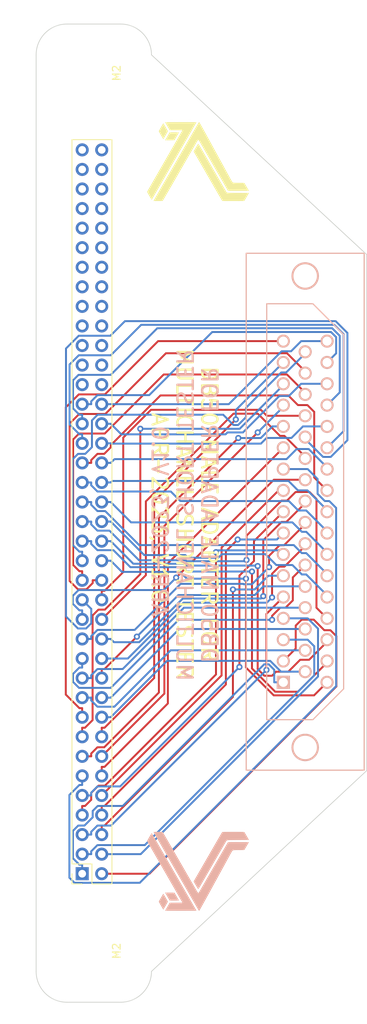
<source format=kicad_pcb>
(kicad_pcb (version 20221018) (generator pcbnew)
  (layers (0 "F.Cu" signal) (31 "B.Cu" signal) (34 "B.Paste" user) (35 "F.Paste" user) (36 "B.SilkS" user "B.Silkscreen") (37 "F.SilkS" user "F.Silkscreen") (38 "B.Mask" user) (39 "F.Mask" user) (44 "Edge.Cuts" user))
  (net 0 "")
  (net 1 "CH01")
  (net 2 "CH02")
  (net 3 "CH03")
  (net 4 "CH04")
  (net 5 "CH05")
  (net 6 "CH06")
  (net 7 "CH07")
  (net 8 "CH08")
  (net 9 "CH09")
  (net 10 "CH10")
  (net 11 "CH11")
  (net 12 "CH12")
  (net 13 "CH13")
  (net 14 "CH14")
  (net 15 "CH15")
  (net 16 "CH16")
  (net 17 "CH17")
  (net 18 "CH18")
  (net 19 "CH19")
  (net 20 "CH20")
  (net 21 "CH21")
  (net 22 "CH22")
  (net 23 "CH23")
  (net 24 "CH24")
  (net 25 "CH25")
  (net 26 "CH26")
  (net 27 "CH27")
  (net 28 "CH28")
  (net 29 "CH29")
  (net 30 "CH30")
  (net 31 "CH31")
  (net 32 "CH32")
  (net 33 "CH33")
  (net 34 "CH34")
  (net 35 "CH35")
  (net 36 "CH36")
  (net 37 "CH37")
  (net 38 "CH38")
  (net 39 "CH39")
  (net 40 "CH40")
  (net 41 "CH41")
  (net 42 "CH42")
  (net 43 "CH43")
  (net 44 "CH44")
  (net 45 "CH45")
  (net 46 "CH46")
  (net 47 "CH47")
  (net 48 "CH48")
  (net 49 "CH49")
  (net 50 "CH50")
  (net 51 "CH51")
  (net 52 "CH52")
  (net 53 "CH53")
  (net 54 "CH54")
  (net 55 "CH55")
  (net 56 "CH56")
  (net 57 "CH57")
  (net 58 "CH58")
  (net 59 "CH59")
  (net 60 "CH60")
  (net 61 "CH61")
  (net 62 "CH62")
  (net 63 "CH63")
  (net 64 "CH64")
  (net 65 "CH65")
  (net 66 "CH66")
  (net 67 "CH67")
  (net 68 "CH68")
  (net 69 "CH69")
  (net 70 "CH70")
  (net 71 "CH71")
  (net 72 "CH72")
  (net 73 "CH73")
  (net 74 "CH74")
  (net 75 "CH75")
  (net 76 "CH76")
  (footprint "MountingHole:MountingHole_2.2mm_M2" (layer "F.Cu") (at 105.275 34.437 -90)
    (fp_text reference "M2")
    (fp_text value "MountingHole_2.2mm_M2")
  )
  (footprint "Connector_PinSocket_2.54mm:PinSocket_2x38_P2.54mm_Vertical" (layer "F.Cu") (at 104 138.393 180)
    (fp_text reference "J1" hide)
    (fp_text value "Conn_02x38_Counter_Clockwise")
  )
  (footprint "skLib:lamda15mm" (layer "F.Cu") (at 119 46.007)
    (fp_text reference "G***" hide)
    (fp_text value "LOGO" hide)
  )
  (footprint "MountingHole:MountingHole_2.2mm_M2" (layer "F.Cu") (at 105.275 148.417 -90)
    (fp_text reference "M2")
    (fp_text value "MountingHole_2.2mm_M2")
  )
  (footprint "skLib:DB50-female" (layer "B.Cu") (at 133 91.393 -90)
    (fp_text reference "J2" hide)
    (fp_text value "Conn_02x25_Counter_Clockwise" hide)
  )
  (footprint "skLib:lamda15mm" (layer "B.Cu") (at 119 138.007)
    (fp_text reference "G***" hide)
    (fp_text value "LOGO" hide)
  )
  (gr_line (start 138 114.393) (end 138 68.393) (stroke (width 0.15)) (layer "B.SilkS"))
  (gr_line (start 134 64.393) (end 128 64.393) (stroke (width 0.15)) (layer "B.SilkS"))
  (gr_line (start 134 118.393) (end 138 114.393) (stroke (width 0.15)) (layer "B.SilkS"))
  (gr_line (start 128 118.393) (end 134 118.393) (stroke (width 0.15)) (layer "B.SilkS"))
  (gr_line (start 138 68.393) (end 134 64.393) (stroke (width 0.15)) (layer "B.SilkS"))
  (gr_line (start 128 64.393) (end 128 118.393) (stroke (width 0.15)) (layer "B.SilkS"))
  (gr_line (start 113.01 32.077) (end 141 58.007) (stroke (width 0.1)) (layer "Edge.Cuts"))
  (gr_arc (start 98.01 32.077) (mid 99.181573 29.248573) (end 102.01 28.077) (stroke (width 0.1)) (layer "Edge.Cuts"))
  (gr_arc (start 113.01 151.077) (mid 111.838427 153.905427) (end 109.01 155.077) (stroke (width 0.1)) (layer "Edge.Cuts"))
  (gr_line (start 109.01 28.077) (end 102.01 28.077) (stroke (width 0.1)) (layer "Edge.Cuts"))
  (gr_arc (start 102.01 155.077) (mid 99.181573 153.905427) (end 98.01 151.077) (stroke (width 0.1)) (layer "Edge.Cuts"))
  (gr_arc (start 109.01 28.077) (mid 111.838427 29.248573) (end 113.01 32.077) (stroke (width 0.1)) (layer "Edge.Cuts"))
  (gr_line (start 141 58.007) (end 141 125.007) (stroke (width 0.1)) (layer "Edge.Cuts"))
  (gr_line (start 98.01 32.077) (end 98.01 151.077) (stroke (width 0.1)) (layer "Edge.Cuts"))
  (gr_line (start 109.01 155.077) (end 102.01 155.077) (stroke (width 0.1)) (layer "Edge.Cuts"))
  (gr_line (start 141 125.007) (end 113.01 151.077) (stroke (width 0.1)) (layer "Edge.Cuts"))
  (gr_text "DB50 MALE ADAPTER FOR\nMULTICHANEL SHORT TESTER\nAPR-2023, V1.0 " (at 112.9 91.86 270) (layer "B.SilkS") (effects (font (size 2 2) (thickness 0.3)) (justify bottom mirror)))
  (gr_text "DB50 MALE ADAPTER FOR\nMULTICHANEL SHORT TESTER\nAPR-2023, V1.0 " (at 112.9 91.7 -90) (layer "F.SilkS") (effects (font (size 2 2) (thickness 0.3)) (justify bottom)))
  (segment (start 104 138.393) (end 104 137.2179) (width 0.25) (layer "B.Cu") (net 1))
  (segment (start 104.2992 132.1379) (end 103.49 132.1379) (width 0.25) (layer "B.Cu") (net 1))
  (segment (start 105.3648 131.0723) (end 104.2992 132.1379) (width 0.25) (layer "B.Cu") (net 1))
  (segment (start 128.2637 111.207) (end 127.6631 111.207) (width 0.25) (layer "B.Cu") (net 1))
  (segment (start 102.7974 136.3825) (end 103.6328 137.2179) (width 0.25) (layer "B.Cu") (net 1))
  (segment (start 128.9792 113.5418) (end 128.9792 111.9225) (width 0.25) (layer "B.Cu") (net 1))
  (segment (start 102.7974 132.8305) (end 102.7974 136.3825) (width 0.25) (layer "B.Cu") (net 1))
  (segment (start 128.9792 111.9225) (end 128.2637 111.207) (width 0.25) (layer "B.Cu") (net 1))
  (segment (start 105.3648 130.2471) (end 105.3648 131.0723) (width 0.25) (layer "B.Cu") (net 1))
  (segment (start 103.49 132.1379) (end 102.7974 132.8305) (width 0.25) (layer "B.Cu") (net 1))
  (segment (start 106.0182 129.5937) (end 105.3648 130.2471) (width 0.25) (layer "B.Cu") (net 1))
  (segment (start 109.2764 129.5937) (end 106.0182 129.5937) (width 0.25) (layer "B.Cu") (net 1))
  (segment (start 127.6631 111.207) (end 109.2764 129.5937) (width 0.25) (layer "B.Cu") (net 1))
  (segment (start 130.1552 113.5418) (end 128.9792 113.5418) (width 0.25) (layer "B.Cu") (net 1))
  (segment (start 103.6328 137.2179) (end 104 137.2179) (width 0.25) (layer "B.Cu") (net 1))
  (segment (start 134.1068 105.4021) (end 132.544 105.4021) (width 0.25) (layer "F.Cu") (net 2))
  (segment (start 137.0617 107.5584) (end 136.2829 106.7796) (width 0.25) (layer "F.Cu") (net 2))
  (segment (start 136.2829 106.7796) (end 135.4843 106.7796) (width 0.25) (layer "F.Cu") (net 2))
  (segment (start 132.544 105.4021) (end 131.766 106.1801) (width 0.25) (layer "F.Cu") (net 2))
  (segment (start 131.766 106.1801) (end 131.766 109.1624) (width 0.25) (layer "F.Cu") (net 2))
  (segment (start 112.7486 138.393) (end 137.0617 114.0799) (width 0.25) (layer "F.Cu") (net 2))
  (segment (start 131.766 109.1624) (end 130.1552 110.7732) (width 0.25) (layer "F.Cu") (net 2))
  (segment (start 137.0617 114.0799) (end 137.0617 107.5584) (width 0.25) (layer "F.Cu") (net 2))
  (segment (start 106.54 138.393) (end 112.7486 138.393) (width 0.25) (layer "F.Cu") (net 2))
  (segment (start 135.4843 106.7796) (end 134.1068 105.4021) (width 0.25) (layer "F.Cu") (net 2))
  (segment (start 112.1451 134.6779) (end 134.181 112.642) (width 0.25) (layer "B.Cu") (net 3))
  (segment (start 134.181 112.642) (end 134.181 108.865) (width 0.25) (layer "B.Cu") (net 3))
  (segment (start 105.9829 134.6779) (end 112.1451 134.6779) (width 0.25) (layer "B.Cu") (net 3))
  (segment (start 104 135.853) (end 105.1751 135.853) (width 0.25) (layer "B.Cu") (net 3))
  (segment (start 133.3206 108.0046) (end 130.1552 108.0046) (width 0.25) (layer "B.Cu") (net 3))
  (segment (start 105.1751 135.853) (end 105.1751 135.4857) (width 0.25) (layer "B.Cu") (net 3))
  (segment (start 134.181 108.865) (end 133.3206 108.0046) (width 0.25) (layer "B.Cu") (net 3))
  (segment (start 105.1751 135.4857) (end 105.9829 134.6779) (width 0.25) (layer "B.Cu") (net 3))
  (segment (start 134.6686 106.577) (end 133.3276 105.236) (width 0.25) (layer "B.Cu") (net 4))
  (segment (start 106.54 135.853) (end 111.6102 135.853) (width 0.25) (layer "B.Cu") (net 4))
  (segment (start 133.3276 105.236) (end 130.1552 105.236) (width 0.25) (layer "B.Cu") (net 4))
  (segment (start 111.6102 135.853) (end 134.6686 112.7946) (width 0.25) (layer "B.Cu") (net 4))
  (segment (start 134.6686 112.7946) (end 134.6686 106.577) (width 0.25) (layer "B.Cu") (net 4))
  (segment (start 127.9633 111.9321) (end 127.9633 104.6593) (width 0.25) (layer "F.Cu") (net 5))
  (segment (start 127.9633 104.6593) (end 130.1552 102.4674) (width 0.25) (layer "F.Cu") (net 5))
  (via (at 127.9633 111.9321) (size 0.8) (drill 0.4) (layers "F.Cu" "B.Cu") (net 5))
  (segment (start 105.9829 132.1379) (end 107.7575 132.1379) (width 0.25) (layer "B.Cu") (net 5))
  (segment (start 105.1751 133.313) (end 105.1751 132.9457) (width 0.25) (layer "B.Cu") (net 5))
  (segment (start 104 133.313) (end 105.1751 133.313) (width 0.25) (layer "B.Cu") (net 5))
  (segment (start 107.7575 132.1379) (end 127.9633 111.9321) (width 0.25) (layer "B.Cu") (net 5))
  (segment (start 105.1751 132.9457) (end 105.9829 132.1379) (width 0.25) (layer "B.Cu") (net 5))
  (segment (start 106.54 132.1379) (end 106.9072 132.1379) (width 0.25) (layer "F.Cu") (net 6))
  (segment (start 106.54 133.313) (end 106.54 132.1379) (width 0.25) (layer "F.Cu") (net 6))
  (segment (start 123.6012 115.4439) (end 123.6012 101.4887) (width 0.25) (layer "F.Cu") (net 6))
  (segment (start 106.9072 132.1379) (end 123.6012 115.4439) (width 0.25) (layer "F.Cu") (net 6))
  (via (at 123.6012 101.4887) (size 0.8) (drill 0.4) (layers "F.Cu" "B.Cu") (net 6))
  (segment (start 123.6012 101.4887) (end 126.4257 101.4887) (width 0.25) (layer "B.Cu") (net 6))
  (segment (start 126.4257 101.4887) (end 128.2156 99.6988) (width 0.25) (layer "B.Cu") (net 6))
  (segment (start 128.2156 99.6988) (end 130.1552 99.6988) (width 0.25) (layer "B.Cu") (net 6))
  (segment (start 105.1751 128.7901) (end 104.3673 129.5979) (width 0.25) (layer "F.Cu") (net 7))
  (segment (start 121.3996 112.5217) (end 106.9583 126.963) (width 0.25) (layer "F.Cu") (net 7))
  (segment (start 106.1091 126.963) (end 105.1751 127.897) (width 0.25) (layer "F.Cu") (net 7))
  (segment (start 121.3996 96.6451) (end 121.3996 112.5217) (width 0.25) (layer "F.Cu") (net 7))
  (segment (start 106.9583 126.963) (end 106.1091 126.963) (width 0.25) (layer "F.Cu") (net 7))
  (segment (start 105.1751 127.897) (end 105.1751 128.7901) (width 0.25) (layer "F.Cu") (net 7))
  (segment (start 104 130.773) (end 104 129.5979) (width 0.25) (layer "F.Cu") (net 7))
  (segment (start 104.3673 129.5979) (end 104 129.5979) (width 0.25) (layer "F.Cu") (net 7))
  (via (at 121.3996 96.6451) (size 0.8) (drill 0.4) (layers "F.Cu" "B.Cu") (net 7))
  (segment (start 121.3996 96.6451) (end 121.6344 96.4103) (width 0.25) (layer "B.Cu") (net 7))
  (segment (start 121.6344 96.4103) (end 129.6353 96.4103) (width 0.25) (layer "B.Cu") (net 7))
  (segment (start 129.6353 96.4103) (end 130.1552 96.9302) (width 0.25) (layer "B.Cu") (net 7))
  (segment (start 106.54 130.773) (end 106.54 129.5979) (width 0.25) (layer "F.Cu") (net 8))
  (segment (start 122.685 113.8201) (end 106.9072 129.5979) (width 0.25) (layer "F.Cu") (net 8))
  (segment (start 106.9072 129.5979) (end 106.54 129.5979) (width 0.25) (layer "F.Cu") (net 8))
  (segment (start 124.2181 95.0002) (end 122.685 96.5333) (width 0.25) (layer "F.Cu") (net 8))
  (segment (start 122.685 96.5333) (end 122.685 113.8201) (width 0.25) (layer "F.Cu") (net 8))
  (via (at 124.2181 95.0002) (size 0.8) (drill 0.4) (layers "F.Cu" "B.Cu") (net 8))
  (segment (start 124.2181 95.0002) (end 129.3166 95.0002) (width 0.25) (layer "B.Cu") (net 8))
  (segment (start 129.3166 95.0002) (end 130.1552 94.1616) (width 0.25) (layer "B.Cu") (net 8))
  (segment (start 124.4489 99.6832) (end 126.3397 97.7924) (width 0.25) (layer "F.Cu") (net 9))
  (segment (start 124.4489 111.5531) (end 124.4489 99.6832) (width 0.25) (layer "F.Cu") (net 9))
  (segment (start 126.3397 95.2085) (end 130.1552 91.393) (width 0.25) (layer "F.Cu") (net 9))
  (segment (start 126.3397 97.7924) (end 126.3397 95.2085) (width 0.25) (layer "F.Cu") (net 9))
  (via (at 124.4489 111.5531) (size 0.8) (drill 0.4) (layers "F.Cu" "B.Cu") (net 9))
  (segment (start 104 128.233) (end 105.1751 128.233) (width 0.25) (layer "B.Cu") (net 9))
  (segment (start 105.1751 127.8657) (end 105.9829 127.0579) (width 0.25) (layer "B.Cu") (net 9))
  (segment (start 108.9441 127.0579) (end 124.4489 111.5531) (width 0.25) (layer "B.Cu") (net 9))
  (segment (start 105.9829 127.0579) (end 108.9441 127.0579) (width 0.25) (layer "B.Cu") (net 9))
  (segment (start 105.1751 128.233) (end 105.1751 127.8657) (width 0.25) (layer "B.Cu") (net 9))
  (segment (start 122.1247 112.6483) (end 106.54 128.233) (width 0.25) (layer "F.Cu") (net 10))
  (segment (start 129.5445 88.6244) (end 122.1247 96.0442) (width 0.25) (layer "F.Cu") (net 10))
  (segment (start 122.1247 96.0442) (end 122.1247 112.6483) (width 0.25) (layer "F.Cu") (net 10))
  (segment (start 130.1552 88.6244) (end 129.5445 88.6244) (width 0.25) (layer "F.Cu") (net 10))
  (segment (start 137.0253 114.0343) (end 137.0253 90.9012) (width 0.25) (layer "B.Cu") (net 11))
  (segment (start 111.4914 139.5682) (end 137.0253 114.0343) (width 0.25) (layer "B.Cu") (net 11))
  (segment (start 102.9951 139.5682) (end 111.4914 139.5682) (width 0.25) (layer "B.Cu") (net 11))
  (segment (start 104 125.693) (end 104 126.8681) (width 0.25) (layer "B.Cu") (net 11))
  (segment (start 104 126.8681) (end 103.6328 126.8681) (width 0.25) (layer "B.Cu") (net 11))
  (segment (start 103.6328 126.8681) (end 102.3368 128.1641) (width 0.25) (layer "B.Cu") (net 11))
  (segment (start 134.6108 89.0646) (end 134.6108 87.1393) (width 0.25) (layer "B.Cu") (net 11))
  (segment (start 133.3273 85.8558) (end 130.1552 85.8558) (width 0.25) (layer "B.Cu") (net 11))
  (segment (start 102.3368 138.9099) (end 102.9951 139.5682) (width 0.25) (layer "B.Cu") (net 11))
  (segment (start 134.6108 87.1393) (end 133.3273 85.8558) (width 0.25) (layer "B.Cu") (net 11))
  (segment (start 135.5549 90.0087) (end 134.6108 89.0646) (width 0.25) (layer "B.Cu") (net 11))
  (segment (start 136.1328 90.0087) (end 135.5549 90.0087) (width 0.25) (layer "B.Cu") (net 11))
  (segment (start 102.3368 128.1641) (end 102.3368 138.9099) (width 0.25) (layer "B.Cu") (net 11))
  (segment (start 137.0253 90.9012) (end 136.1328 90.0087) (width 0.25) (layer "B.Cu") (net 11))
  (segment (start 115.1392 98.1032) (end 130.1552 83.0872) (width 0.25) (layer "F.Cu") (net 12))
  (segment (start 106.54 124.5179) (end 106.9072 124.5179) (width 0.25) (layer "F.Cu") (net 12))
  (segment (start 106.9072 124.5179) (end 115.1392 116.2859) (width 0.25) (layer "F.Cu") (net 12))
  (segment (start 115.1392 116.2859) (end 115.1392 98.1032) (width 0.25) (layer "F.Cu") (net 12))
  (segment (start 106.54 125.693) (end 106.54 124.5179) (width 0.25) (layer "F.Cu") (net 12))
  (segment (start 104 123.153) (end 105.1751 123.153) (width 0.25) (layer "F.Cu") (net 13))
  (segment (start 105.1751 122.7857) (end 105.9829 121.9779) (width 0.25) (layer "F.Cu") (net 13))
  (segment (start 105.9829 121.9779) (end 106.8634 121.9779) (width 0.25) (layer "F.Cu") (net 13))
  (segment (start 113.9753 114.866) (end 113.9753 92.1545) (width 0.25) (layer "F.Cu") (net 13))
  (segment (start 113.9753 92.1545) (end 124.3041 81.8257) (width 0.25) (layer "F.Cu") (net 13))
  (segment (start 105.1751 123.153) (end 105.1751 122.7857) (width 0.25) (layer "F.Cu") (net 13))
  (segment (start 106.8634 121.9779) (end 113.9753 114.866) (width 0.25) (layer "F.Cu") (net 13))
  (via (at 124.3041 81.8257) (size 0.8) (drill 0.4) (layers "F.Cu" "B.Cu") (net 13))
  (segment (start 127.2285 81.8257) (end 124.3041 81.8257) (width 0.25) (layer "B.Cu") (net 13))
  (segment (start 128.7356 80.3186) (end 127.2285 81.8257) (width 0.25) (layer "B.Cu") (net 13))
  (segment (start 130.1552 80.3186) (end 128.7356 80.3186) (width 0.25) (layer "B.Cu") (net 13))
  (segment (start 114.689 115.004) (end 114.689 93.2355) (width 0.25) (layer "F.Cu") (net 14))
  (segment (start 106.54 123.153) (end 114.689 115.004) (width 0.25) (layer "F.Cu") (net 14))
  (segment (start 114.689 93.2355) (end 126.8243 81.1002) (width 0.25) (layer "F.Cu") (net 14))
  (via (at 126.8243 81.1002) (size 0.8) (drill 0.4) (layers "F.Cu" "B.Cu") (net 14))
  (segment (start 130.1552 77.7693) (end 126.8243 81.1002) (width 0.25) (layer "B.Cu") (net 14))
  (segment (start 130.1552 77.55) (end 130.1552 77.7693) (width 0.25) (layer "B.Cu") (net 14))
  (segment (start 104 120.613) (end 104 119.4379) (width 0.25) (layer "F.Cu") (net 15))
  (segment (start 105.3513 104.8608) (end 106.1091 104.103) (width 0.25) (layer "F.Cu") (net 15))
  (segment (start 105.3513 118.4539) (end 105.3513 104.8608) (width 0.25) (layer "F.Cu") (net 15))
  (segment (start 111.5609 99.4947) (end 111.5609 80.6227) (width 0.25) (layer "F.Cu") (net 15))
  (segment (start 106.9526 104.103) (end 111.5609 99.4947) (width 0.25) (layer "F.Cu") (net 15))
  (segment (start 104 119.4379) (end 104.3673 119.4379) (width 0.25) (layer "F.Cu") (net 15))
  (segment (start 106.1091 104.103) (end 106.9526 104.103) (width 0.25) (layer "F.Cu") (net 15))
  (segment (start 104.3673 119.4379) (end 105.3513 118.4539) (width 0.25) (layer "F.Cu") (net 15))
  (via (at 111.5609 80.6227) (size 0.8) (drill 0.4) (layers "F.Cu" "B.Cu") (net 15))
  (segment (start 130.1552 74.9537) (end 130.1552 74.7814) (width 0.25) (layer "B.Cu") (net 15))
  (segment (start 111.5609 80.6227) (end 124.4862 80.6227) (width 0.25) (layer "B.Cu") (net 15))
  (segment (start 124.4862 80.6227) (end 130.1552 74.9537) (width 0.25) (layer "B.Cu") (net 15))
  (segment (start 113.3637 112.9814) (end 113.3637 90.0238) (width 0.25) (layer "F.Cu") (net 16))
  (segment (start 106.54 120.613) (end 106.54 119.4379) (width 0.25) (layer "F.Cu") (net 16))
  (segment (start 106.54 119.4379) (end 106.9072 119.4379) (width 0.25) (layer "F.Cu") (net 16))
  (segment (start 113.3637 90.0238) (end 123.9748 79.4127) (width 0.25) (layer "F.Cu") (net 16))
  (segment (start 106.9072 119.4379) (end 113.3637 112.9814) (width 0.25) (layer "F.Cu") (net 16))
  (via (at 123.9748 79.4127) (size 0.8) (drill 0.4) (layers "F.Cu" "B.Cu") (net 16))
  (segment (start 123.9748 78.1932) (end 130.1552 72.0128) (width 0.25) (layer "B.Cu") (net 16))
  (segment (start 123.9748 79.4127) (end 123.9748 78.1932) (width 0.25) (layer "B.Cu") (net 16))
  (segment (start 106.9533 76.163) (end 113.8721 69.2442) (width 0.25) (layer "F.Cu") (net 17))
  (segment (start 104 118.073) (end 104 116.8979) (width 0.25) (layer "F.Cu") (net 17))
  (segment (start 101.865 115.1301) (end 101.865 77.8512) (width 0.25) (layer "F.Cu") (net 17))
  (segment (start 101.865 77.8512) (end 103.5532 76.163) (width 0.25) (layer "F.Cu") (net 17))
  (segment (start 104 116.8979) (end 103.6328 116.8979) (width 0.25) (layer "F.Cu") (net 17))
  (segment (start 103.6328 116.8979) (end 101.865 115.1301) (width 0.25) (layer "F.Cu") (net 17))
  (segment (start 113.8721 69.2442) (end 130.1552 69.2442) (width 0.25) (layer "F.Cu") (net 17))
  (segment (start 103.5532 76.163) (end 106.9533 76.163) (width 0.25) (layer "F.Cu") (net 17))
  (segment (start 129.8508 112.1575) (end 133 112.1575) (width 0.25) (layer "B.Cu") (net 18))
  (segment (start 115.0312 110.7569) (end 128.4502 110.7569) (width 0.25) (layer "B.Cu") (net 18))
  (segment (start 106.54 118.073) (end 107.7151 118.073) (width 0.25) (layer "B.Cu") (net 18))
  (segment (start 107.7151 118.073) (end 115.0312 110.7569) (width 0.25) (layer "B.Cu") (net 18))
  (segment (start 128.4502 110.7569) (end 129.8508 112.1575) (width 0.25) (layer "B.Cu") (net 18))
  (segment (start 105.1751 115.533) (end 105.1751 115.9002) (width 0.25) (layer "B.Cu") (net 19))
  (segment (start 105.9837 116.7088) (end 108.1855 116.7088) (width 0.25) (layer "B.Cu") (net 19))
  (segment (start 104 115.533) (end 105.1751 115.533) (width 0.25) (layer "B.Cu") (net 19))
  (segment (start 105.1751 115.9002) (end 105.9837 116.7088) (width 0.25) (layer "B.Cu") (net 19))
  (segment (start 115.5054 109.3889) (end 133 109.3889) (width 0.25) (layer "B.Cu") (net 19))
  (segment (start 108.1855 116.7088) (end 115.5054 109.3889) (width 0.25) (layer "B.Cu") (net 19))
  (segment (start 107.7151 115.533) (end 116.6278 106.6203) (width 0.25) (layer "B.Cu") (net 20))
  (segment (start 106.54 115.533) (end 107.7151 115.533) (width 0.25) (layer "B.Cu") (net 20))
  (segment (start 116.6278 106.6203) (end 133 106.6203) (width 0.25) (layer "B.Cu") (net 20))
  (segment (start 104 112.993) (end 105.1751 112.993) (width 0.25) (layer "B.Cu") (net 21))
  (segment (start 105.9829 111.8179) (end 109.2699 111.8179) (width 0.25) (layer "B.Cu") (net 21))
  (segment (start 117.2361 103.8517) (end 133 103.8517) (width 0.25) (layer "B.Cu") (net 21))
  (segment (start 105.1751 112.6257) (end 105.9829 111.8179) (width 0.25) (layer "B.Cu") (net 21))
  (segment (start 109.2699 111.8179) (end 117.2361 103.8517) (width 0.25) (layer "B.Cu") (net 21))
  (segment (start 105.1751 112.993) (end 105.1751 112.6257) (width 0.25) (layer "B.Cu") (net 21))
  (segment (start 106.54 112.993) (end 106.54 111.8179) (width 0.25) (layer "F.Cu") (net 22))
  (segment (start 106.9038 111.8179) (end 111.1102 107.6115) (width 0.25) (layer "F.Cu") (net 22))
  (segment (start 106.54 111.8179) (end 106.9038 111.8179) (width 0.25) (layer "F.Cu") (net 22))
  (via (at 111.1102 107.6115) (size 0.8) (drill 0.4) (layers "F.Cu" "B.Cu") (net 22))
  (segment (start 126.4456 102.2138) (end 127.5763 101.0831) (width 0.25) (layer "B.Cu") (net 22))
  (segment (start 111.1102 107.6115) (end 116.5079 102.2138) (width 0.25) (layer "B.Cu") (net 22))
  (segment (start 116.5079 102.2138) (end 126.4456 102.2138) (width 0.25) (layer "B.Cu") (net 22))
  (segment (start 127.5763 101.0831) (end 133 101.0831) (width 0.25) (layer "B.Cu") (net 22))
  (segment (start 128.6963 105.427) (end 128.6963 104.9115) (width 0.25) (layer "F.Cu") (net 23))
  (segment (start 131.3893 99.9252) (end 133 98.3145) (width 0.25) (layer "F.Cu") (net 23))
  (segment (start 129.7561 103.8517) (end 130.445 103.8517) (width 0.25) (layer "F.Cu") (net 23))
  (segment (start 131.3893 102.9074) (end 131.3893 99.9252) (width 0.25) (layer "F.Cu") (net 23))
  (segment (start 130.445 103.8517) (end 131.3893 102.9074) (width 0.25) (layer "F.Cu") (net 23))
  (segment (start 128.6963 104.9115) (end 129.7561 103.8517) (width 0.25) (layer "F.Cu") (net 23))
  (via (at 128.6963 105.427) (size 0.8) (drill 0.4) (layers "F.Cu" "B.Cu") (net 23))
  (segment (start 104 110.453) (end 104 111.6281) (width 0.25) (layer "B.Cu") (net 23))
  (segment (start 103.6328 111.6281) (end 102.8067 112.4542) (width 0.25) (layer "B.Cu") (net 23))
  (segment (start 102.8067 112.4542) (end 102.8067 113.4851) (width 0.25) (layer "B.Cu") (net 23))
  (segment (start 116.5512 105.427) (end 128.6963 105.427) (width 0.25) (layer "B.Cu") (net 23))
  (segment (start 103.5846 114.263) (end 107.7152 114.263) (width 0.25) (layer "B.Cu") (net 23))
  (segment (start 107.7152 114.263) (end 116.5512 105.427) (width 0.25) (layer "B.Cu") (net 23))
  (segment (start 102.8067 113.4851) (end 103.5846 114.263) (width 0.25) (layer "B.Cu") (net 23))
  (segment (start 104 111.6281) (end 103.6328 111.6281) (width 0.25) (layer "B.Cu") (net 23))
  (segment (start 129.6221 98.5227) (end 130.3022 98.5227) (width 0.25) (layer "F.Cu") (net 24))
  (segment (start 130.3022 98.5227) (end 133 95.8249) (width 0.25) (layer "F.Cu") (net 24))
  (segment (start 128.6937 99.4511) (end 129.6221 98.5227) (width 0.25) (layer "F.Cu") (net 24))
  (segment (start 128.6937 102.5206) (end 128.6937 99.4511) (width 0.25) (layer "F.Cu") (net 24))
  (segment (start 133 95.8249) (end 133 95.5459) (width 0.25) (layer "F.Cu") (net 24))
  (via (at 128.6937 102.5206) (size 0.8) (drill 0.4) (layers "F.Cu" "B.Cu") (net 24))
  (segment (start 128.0108 103.2035) (end 128.6937 102.5206) (width 0.25) (layer "B.Cu") (net 24))
  (segment (start 107.7151 110.453) (end 109.9308 110.453) (width 0.25) (layer "B.Cu") (net 24))
  (segment (start 117.1803 103.2035) (end 128.0108 103.2035) (width 0.25) (layer "B.Cu") (net 24))
  (segment (start 109.9308 110.453) (end 117.1803 103.2035) (width 0.25) (layer "B.Cu") (net 24))
  (segment (start 106.54 110.453) (end 107.7151 110.453) (width 0.25) (layer "B.Cu") (net 24))
  (segment (start 128.3048 97.1144) (end 128.3048 98.584) (width 0.25) (layer "F.Cu") (net 25))
  (segment (start 129.6651 95.7541) (end 128.3048 97.1144) (width 0.25) (layer "F.Cu") (net 25))
  (segment (start 133 92.9991) (end 130.245 95.7541) (width 0.25) (layer "F.Cu") (net 25))
  (segment (start 130.245 95.7541) (end 129.6651 95.7541) (width 0.25) (layer "F.Cu") (net 25))
  (segment (start 133 92.7773) (end 133 92.9991) (width 0.25) (layer "F.Cu") (net 25))
  (via (at 128.3048 98.584) (size 0.8) (drill 0.4) (layers "F.Cu" "B.Cu") (net 25))
  (segment (start 105.1751 107.5457) (end 105.9829 106.7379) (width 0.25) (layer "B.Cu") (net 25))
  (segment (start 105.1751 107.913) (end 105.1751 107.5457) (width 0.25) (layer "B.Cu") (net 25))
  (segment (start 124.9447 100.7586) (end 124.9963 100.8102) (width 0.25) (layer "B.Cu") (net 25))
  (segment (start 126.0786 100.8102) (end 128.3048 98.584) (width 0.25) (layer "B.Cu") (net 25))
  (segment (start 116.8084 100.7586) (end 124.9447 100.7586) (width 0.25) (layer "B.Cu") (net 25))
  (segment (start 104 107.913) (end 105.1751 107.913) (width 0.25) (layer "B.Cu") (net 25))
  (segment (start 110.8291 106.7379) (end 116.8084 100.7586) (width 0.25) (layer "B.Cu") (net 25))
  (segment (start 105.9829 106.7379) (end 110.8291 106.7379) (width 0.25) (layer "B.Cu") (net 25))
  (segment (start 124.9963 100.8102) (end 126.0786 100.8102) (width 0.25) (layer "B.Cu") (net 25))
  (segment (start 130.5512 92.7194) (end 133 90.2706) (width 0.25) (layer "F.Cu") (net 26))
  (segment (start 129.9269 92.7194) (end 130.5512 92.7194) (width 0.25) (layer "F.Cu") (net 26))
  (segment (start 127.5535 95.0928) (end 129.9269 92.7194) (width 0.25) (layer "F.Cu") (net 26))
  (segment (start 127.5535 102.3567) (end 127.5535 95.0928) (width 0.25) (layer "F.Cu") (net 26))
  (segment (start 133 90.2706) (end 133 90.0087) (width 0.25) (layer "F.Cu") (net 26))
  (via (at 127.5535 102.3567) (size 0.8) (drill 0.4) (layers "F.Cu" "B.Cu") (net 26))
  (segment (start 111.4105 108.3366) (end 117.0832 102.6639) (width 0.25) (layer "B.Cu") (net 26))
  (segment (start 117.0832 102.6639) (end 127.2463 102.6639) (width 0.25) (layer "B.Cu") (net 26))
  (segment (start 108.1387 108.3366) (end 111.4105 108.3366) (width 0.25) (layer "B.Cu") (net 26))
  (segment (start 127.2463 102.6639) (end 127.5535 102.3567) (width 0.25) (layer "B.Cu") (net 26))
  (segment (start 107.7151 107.913) (end 108.1387 108.3366) (width 0.25) (layer "B.Cu") (net 26))
  (segment (start 106.54 107.913) (end 107.7151 107.913) (width 0.25) (layer "B.Cu") (net 26))
  (segment (start 128.9319 87.2401) (end 133 87.2401) (width 0.25) (layer "F.Cu") (net 27))
  (segment (start 116.2268 99.9452) (end 128.9319 87.2401) (width 0.25) (layer "F.Cu") (net 27))
  (via (at 116.2268 99.9452) (size 0.8) (drill 0.4) (layers "F.Cu" "B.Cu") (net 27))
  (segment (start 103.6328 104.1979) (end 102.7722 103.3373) (width 0.25) (layer "B.Cu") (net 27))
  (segment (start 114.609 101.563) (end 116.2268 99.9452) (width 0.25) (layer "B.Cu") (net 27))
  (segment (start 104 104.1979) (end 103.6328 104.1979) (width 0.25) (layer "B.Cu") (net 27))
  (segment (start 102.7722 102.3196) (end 103.5288 101.563) (width 0.25) (layer "B.Cu") (net 27))
  (segment (start 103.5288 101.563) (end 114.609 101.563) (width 0.25) (layer "B.Cu") (net 27))
  (segment (start 102.7722 103.3373) (end 102.7722 102.3196) (width 0.25) (layer "B.Cu") (net 27))
  (segment (start 104 105.373) (end 104 104.1979) (width 0.25) (layer "B.Cu") (net 27))
  (segment (start 106.54 105.373) (end 112.2796 99.6334) (width 0.25) (layer "F.Cu") (net 28))
  (segment (start 130.2939 81.5436) (end 133 84.2497) (width 0.25) (layer "F.Cu") (net 28))
  (segment (start 129.7172 81.5436) (end 130.2939 81.5436) (width 0.25) (layer "F.Cu") (net 28))
  (segment (start 123.6675 78.665) (end 126.8386 78.665) (width 0.25) (layer "F.Cu") (net 28))
  (segment (start 112.2796 99.6334) (end 112.2796 90.0529) (width 0.25) (layer "F.Cu") (net 28))
  (segment (start 126.8386 78.665) (end 129.7172 81.5436) (width 0.25) (layer "F.Cu") (net 28))
  (segment (start 133 84.2497) (end 133 84.4715) (width 0.25) (layer "F.Cu") (net 28))
  (segment (start 112.2796 90.0529) (end 123.6675 78.665) (width 0.25) (layer "F.Cu") (net 28))
  (segment (start 101.8937 70.2025) (end 101.8937 104.998) (width 0.25) (layer "B.Cu") (net 29))
  (segment (start 109.5578 66.6513) (end 107.6661 68.543) (width 0.25) (layer "B.Cu") (net 29))
  (segment (start 133 81.9588) (end 135.3194 84.2782) (width 0.25) (layer "B.Cu") (net 29))
  (segment (start 138.4945 68.1848) (end 136.961 66.6513) (width 0.25) (layer "B.Cu") (net 29))
  (segment (start 105.1852 105.8719) (end 105.1852 104.0182) (width 0.25) (layer "B.Cu") (net 29))
  (segment (start 103.5532 68.543) (end 101.8937 70.2025) (width 0.25) (layer "B.Cu") (net 29))
  (segment (start 107.6661 68.543) (end 103.5532 68.543) (width 0.25) (layer "B.Cu") (net 29))
  (segment (start 101.8937 104.998) (end 103.4495 106.5538) (width 0.25) (layer "B.Cu") (net 29))
  (segment (start 136.3269 84.2782) (end 138.4945 82.1106) (width 0.25) (layer "B.Cu") (net 29))
  (segment (start 103.4495 106.5538) (end 104.5033 106.5538) (width 0.25) (layer "B.Cu") (net 29))
  (segment (start 136.961 66.6513) (end 109.5578 66.6513) (width 0.25) (layer "B.Cu") (net 29))
  (segment (start 138.4945 82.1106) (end 138.4945 68.1848) (width 0.25) (layer "B.Cu") (net 29))
  (segment (start 133 81.7029) (end 133 81.9588) (width 0.25) (layer "B.Cu") (net 29))
  (segment (start 135.3194 84.2782) (end 136.3269 84.2782) (width 0.25) (layer "B.Cu") (net 29))
  (segment (start 105.1852 104.0182) (end 104 102.833) (width 0.25) (layer "B.Cu") (net 29))
  (segment (start 104.5033 106.5538) (end 105.1852 105.8719) (width 0.25) (layer "B.Cu") (net 29))
  (segment (start 109.3414 99.2237) (end 106.9072 101.6579) (width 0.25) (layer "F.Cu") (net 30))
  (segment (start 127.231 78.1596) (end 112.9523 78.1596) (width 0.25) (layer "F.Cu") (net 30))
  (segment (start 128.0057 78.9343) (end 127.231 78.1596) (width 0.25) (layer "F.Cu") (net 30))
  (segment (start 133 78.9343) (end 128.0057 78.9343) (width 0.25) (layer "F.Cu") (net 30))
  (segment (start 106.9072 101.6579) (end 106.54 101.6579) (width 0.25) (layer "F.Cu") (net 30))
  (segment (start 106.54 102.833) (end 106.54 101.6579) (width 0.25) (layer "F.Cu") (net 30))
  (segment (start 112.9523 78.1596) (end 109.3414 81.7705) (width 0.25) (layer "F.Cu") (net 30))
  (segment (start 109.3414 81.7705) (end 109.3414 99.2237) (width 0.25) (layer "F.Cu") (net 30))
  (segment (start 104 99.1179) (end 103.6328 99.1179) (width 0.25) (layer "F.Cu") (net 31))
  (segment (start 114.5988 73.5761) (end 130.6322 73.5761) (width 0.25) (layer "F.Cu") (net 31))
  (segment (start 102.8215 98.3066) (end 102.8215 82.0148) (width 0.25) (layer "F.Cu") (net 31))
  (segment (start 133 75.9439) (end 133 76.1657) (width 0.25) (layer "F.Cu") (net 31))
  (segment (start 102.8215 82.0148) (end 103.5933 81.243) (width 0.25) (layer "F.Cu") (net 31))
  (segment (start 103.6328 99.1179) (end 102.8215 98.3066) (width 0.25) (layer "F.Cu") (net 31))
  (segment (start 106.9319 81.243) (end 114.5988 73.5761) (width 0.25) (layer "F.Cu") (net 31))
  (segment (start 104 100.293) (end 104 99.1179) (width 0.25) (layer "F.Cu") (net 31))
  (segment (start 130.6322 73.5761) (end 133 75.9439) (width 0.25) (layer "F.Cu") (net 31))
  (segment (start 103.5933 81.243) (end 106.9319 81.243) (width 0.25) (layer "F.Cu") (net 31))
  (segment (start 114.8872 70.8208) (end 130.6455 70.8208) (width 0.25) (layer "F.Cu") (net 32))
  (segment (start 105.3649 100.6602) (end 104.5518 101.4733) (width 0.25) (layer "F.Cu") (net 32))
  (segment (start 102.364 100.3846) (end 102.364 79.9467) (width 0.25) (layer "F.Cu") (net 32))
  (segment (start 105.3649 100.293) (end 105.3649 100.6602) (width 0.25) (layer "F.Cu") (net 32))
  (segment (start 106.54 100.293) (end 105.3649 100.293) (width 0.25) (layer "F.Cu") (net 32))
  (segment (start 102.364 79.9467) (end 103.6077 78.703) (width 0.25) (layer "F.Cu") (net 32))
  (segment (start 133 73.1753) (end 133 73.3971) (width 0.25) (layer "F.Cu") (net 32))
  (segment (start 103.6077 78.703) (end 107.005 78.703) (width 0.25) (layer "F.Cu") (net 32))
  (segment (start 107.005 78.703) (end 114.8872 70.8208) (width 0.25) (layer "F.Cu") (net 32))
  (segment (start 130.6455 70.8208) (end 133 73.1753) (width 0.25) (layer "F.Cu") (net 32))
  (segment (start 104.5518 101.4733) (end 103.4527 101.4733) (width 0.25) (layer "F.Cu") (net 32))
  (segment (start 103.4527 101.4733) (end 102.364 100.3846) (width 0.25) (layer "F.Cu") (net 32))
  (segment (start 106.0087 78.7949) (end 122.3316 78.7949) (width 0.25) (layer "B.Cu") (net 33))
  (segment (start 130.5337 73.3109) (end 133 70.8446) (width 0.25) (layer "B.Cu") (net 33))
  (segment (start 122.3316 78.7949) (end 123.6745 80.1378) (width 0.25) (layer "B.Cu") (net 33))
  (segment (start 104 97.753) (end 104 96.5779) (width 0.25) (layer "B.Cu") (net 33))
  (segment (start 123.6745 80.1378) (end 124.2751 80.1378) (width 0.25) (layer "B.Cu") (net 33))
  (segment (start 125.3016 77.9007) (end 129.8914 73.3109) (width 0.25) (layer "B.Cu") (net 33))
  (segment (start 103.4608 83.8778) (end 104.4009 83.8778) (width 0.25) (layer "B.Cu") (net 33))
  (segment (start 105.27 83.0087) (end 105.27 79.5336) (width 0.25) (layer "B.Cu") (net 33))
  (segment (start 125.3016 79.1113) (end 125.3016 77.9007) (width 0.25) (layer "B.Cu") (net 33))
  (segment (start 102.7552 95.6984) (end 102.7552 84.5834) (width 0.25) (layer "B.Cu") (net 33))
  (segment (start 133 70.8446) (end 133 70.6285) (width 0.25) (layer "B.Cu") (net 33))
  (segment (start 102.7552 84.5834) (end 103.4608 83.8778) (width 0.25) (layer "B.Cu") (net 33))
  (segment (start 104.4009 83.8778) (end 105.27 83.0087) (width 0.25) (layer "B.Cu") (net 33))
  (segment (start 104 96.5779) (end 103.6347 96.5779) (width 0.25) (layer "B.Cu") (net 33))
  (segment (start 105.27 79.5336) (end 106.0087 78.7949) (width 0.25) (layer "B.Cu") (net 33))
  (segment (start 103.6347 96.5779) (end 102.7552 95.6984) (width 0.25) (layer "B.Cu") (net 33))
  (segment (start 124.2751 80.1378) (end 125.3016 79.1113) (width 0.25) (layer "B.Cu") (net 33))
  (segment (start 129.8914 73.3109) (end 130.5337 73.3109) (width 0.25) (layer "B.Cu") (net 33))
  (segment (start 128.9103 115.2369) (end 134.1497 115.2369) (width 0.25) (layer "F.Cu") (net 34))
  (segment (start 134.1497 115.2369) (end 135.8448 113.5418) (width 0.25) (layer "F.Cu") (net 34))
  (segment (start 125.2966 100.0851) (end 125.2966 111.6232) (width 0.25) (layer "F.Cu") (net 34))
  (segment (start 125.2966 111.6232) (end 128.9103 115.2369) (width 0.25) (layer "F.Cu") (net 34))
  (via (at 125.2966 100.0851) (size 0.8) (drill 0.4) (layers "F.Cu" "B.Cu") (net 34))
  (segment (start 106.54 97.753) (end 107.7151 97.753) (width 0.25) (layer "B.Cu") (net 34))
  (segment (start 109.1678 99.2057) (end 116.728 99.2057) (width 0.25) (layer "B.Cu") (net 34))
  (segment (start 117.6074 100.0851) (end 125.2966 100.0851) (width 0.25) (layer "B.Cu") (net 34))
  (segment (start 116.728 99.2057) (end 117.6074 100.0851) (width 0.25) (layer "B.Cu") (net 34))
  (segment (start 107.7151 97.753) (end 109.1678 99.2057) (width 0.25) (layer "B.Cu") (net 34))
  (segment (start 132.0591 114.7617) (end 129.1009 114.7617) (width 0.25) (layer "F.Cu") (net 35))
  (segment (start 135.8448 110.976) (end 132.0591 114.7617) (width 0.25) (layer "F.Cu") (net 35))
  (segment (start 135.8448 110.7732) (end 135.8448 110.976) (width 0.25) (layer "F.Cu") (net 35))
  (segment (start 129.1009 114.7617) (end 126.08 111.7408) (width 0.25) (layer "F.Cu") (net 35))
  (segment (start 126.08 111.7408) (end 126.08 99.1575) (width 0.25) (layer "F.Cu") (net 35))
  (via (at 126.08 99.1575) (size 0.8) (drill 0.4) (layers "F.Cu" "B.Cu") (net 35))
  (segment (start 104 95.213) (end 105.1751 95.213) (width 0.25) (layer "B.Cu") (net 35))
  (segment (start 108.0632 96.3881) (end 105.9829 96.3881) (width 0.25) (layer "B.Cu") (net 35))
  (segment (start 110.2718 98.5967) (end 108.0632 96.3881) (width 0.25) (layer "B.Cu") (net 35))
  (segment (start 117.6346 99.1575) (end 117.0738 98.5967) (width 0.25) (layer "B.Cu") (net 35))
  (segment (start 105.1751 95.5803) (end 105.1751 95.213) (width 0.25) (layer "B.Cu") (net 35))
  (segment (start 126.08 99.1575) (end 117.6346 99.1575) (width 0.25) (layer "B.Cu") (net 35))
  (segment (start 117.0738 98.5967) (end 110.2718 98.5967) (width 0.25) (layer "B.Cu") (net 35))
  (segment (start 105.9829 96.3881) (end 105.1751 95.5803) (width 0.25) (layer "B.Cu") (net 35))
  (segment (start 135.8448 108.0046) (end 135.8448 108.2836) (width 0.25) (layer "F.Cu") (net 36))
  (segment (start 130.8028 112.163) (end 129.2178 112.163) (width 0.25) (layer "F.Cu") (net 36))
  (segment (start 126.82 111.8142) (end 126.82 98.4493) (width 0.25) (layer "F.Cu") (net 36))
  (segment (start 128.6912 112.6896) (end 127.6954 112.6896) (width 0.25) (layer "F.Cu") (net 36))
  (segment (start 133.5145 110.6139) (end 132.3519 110.6139) (width 0.25) (layer "F.Cu") (net 36))
  (segment (start 127.6954 112.6896) (end 126.82 111.8142) (width 0.25) (layer "F.Cu") (net 36))
  (segment (start 132.3519 110.6139) (end 130.8028 112.163) (width 0.25) (layer "F.Cu") (net 36))
  (segment (start 129.2178 112.163) (end 128.6912 112.6896) (width 0.25) (layer "F.Cu") (net 36))
  (segment (start 135.8448 108.2836) (end 133.5145 110.6139) (width 0.25) (layer "F.Cu") (net 36))
  (via (at 126.82 98.4493) (size 0.8) (drill 0.4) (layers "F.Cu" "B.Cu") (net 36))
  (segment (start 117.4987 98.385) (end 117.2602 98.1465) (width 0.25) (layer "B.Cu") (net 36))
  (segment (start 126.7557 98.385) (end 117.4987 98.385) (width 0.25) (layer "B.Cu") (net 36))
  (segment (start 117.2602 98.1465) (end 110.6486 98.1465) (width 0.25) (layer "B.Cu") (net 36))
  (segment (start 106.54 95.213) (end 107.7151 95.213) (width 0.25) (layer "B.Cu") (net 36))
  (segment (start 110.6486 98.1465) (end 107.7151 95.213) (width 0.25) (layer "B.Cu") (net 36))
  (segment (start 126.82 98.4493) (end 126.7557 98.385) (width 0.25) (layer "B.Cu") (net 36))
  (segment (start 129.9269 89.9508) (end 125.3697 94.508) (width 0.25) (layer "F.Cu") (net 37))
  (segment (start 134.4664 89.7367) (end 133.5623 88.8326) (width 0.25) (layer "F.Cu") (net 37))
  (segment (start 125.3697 94.508) (end 125.3697 97.6566) (width 0.25) (layer "F.Cu") (net 37))
  (segment (start 135.8448 105.236) (end 134.4664 103.8576) (width 0.25) (layer "F.Cu") (net 37))
  (segment (start 130.6385 89.9508) (end 129.9269 89.9508) (width 0.25) (layer "F.Cu") (net 37))
  (segment (start 134.4664 103.8576) (end 134.4664 89.7367) (width 0.25) (layer "F.Cu") (net 37))
  (segment (start 131.7567 88.8326) (end 130.6385 89.9508) (width 0.25) (layer "F.Cu") (net 37))
  (segment (start 133.5623 88.8326) (end 131.7567 88.8326) (width 0.25) (layer "F.Cu") (net 37))
  (via (at 125.3697 97.6566) (size 0.8) (drill 0.4) (layers "F.Cu" "B.Cu") (net 37))
  (segment (start 117.5706 97.8203) (end 117.4467 97.6964) (width 0.25) (layer "B.Cu") (net 37))
  (segment (start 111.395 97.6964) (end 107.5467 93.8481) (width 0.25) (layer "B.Cu") (net 37))
  (segment (start 125.206 97.8203) (end 117.5706 97.8203) (width 0.25) (layer "B.Cu") (net 37))
  (segment (start 107.5467 93.8481) (end 105.9829 93.8481) (width 0.25) (layer "B.Cu") (net 37))
  (segment (start 105.9829 93.8481) (end 105.1751 93.0403) (width 0.25) (layer "B.Cu") (net 37))
  (segment (start 117.4467 97.6964) (end 111.395 97.6964) (width 0.25) (layer "B.Cu") (net 37))
  (segment (start 104 92.673) (end 105.1751 92.673) (width 0.25) (layer "B.Cu") (net 37))
  (segment (start 125.3697 97.6566) (end 125.206 97.8203) (width 0.25) (layer "B.Cu") (net 37))
  (segment (start 105.1751 93.0403) (end 105.1751 92.673) (width 0.25) (layer "B.Cu") (net 37))
  (segment (start 135.8448 102.4674) (end 135.8448 102.2456) (width 0.25) (layer "B.Cu") (net 38))
  (segment (start 106.54 92.673) (end 107.7151 92.673) (width 0.25) (layer "B.Cu") (net 38))
  (segment (start 112.0633 97.0212) (end 107.7151 92.673) (width 0.25) (layer "B.Cu") (net 38))
  (segment (start 129.2382 98.3145) (end 127.8296 96.9059) (width 0.25) (layer "B.Cu") (net 38))
  (segment (start 131.337 98.3145) (end 129.2382 98.3145) (width 0.25) (layer "B.Cu") (net 38))
  (segment (start 117.7571 97.3702) (end 117.4081 97.0212) (width 0.25) (layer "B.Cu") (net 38))
  (segment (start 122.1642 96.9059) (end 121.6999 97.3702) (width 0.25) (layer "B.Cu") (net 38))
  (segment (start 133.1387 99.5395) (end 132.562 99.5395) (width 0.25) (layer "B.Cu") (net 38))
  (segment (start 127.8296 96.9059) (end 122.1642 96.9059) (width 0.25) (layer "B.Cu") (net 38))
  (segment (start 132.562 99.5395) (end 131.337 98.3145) (width 0.25) (layer "B.Cu") (net 38))
  (segment (start 135.8448 102.2456) (end 133.1387 99.5395) (width 0.25) (layer "B.Cu") (net 38))
  (segment (start 117.4081 97.0212) (end 112.0633 97.0212) (width 0.25) (layer "B.Cu") (net 38))
  (segment (start 121.6999 97.3702) (end 117.7571 97.3702) (width 0.25) (layer "B.Cu") (net 38))
  (segment (start 105.1751 90.5003) (end 105.9829 91.3081) (width 0.25) (layer "B.Cu") (net 39))
  (segment (start 135.8448 99.477) (end 135.8448 99.6988) (width 0.25) (layer "B.Cu") (net 39))
  (segment (start 105.9829 91.3081) (end 106.9933 91.3081) (width 0.25) (layer "B.Cu") (net 39))
  (segment (start 132.562 96.7709) (end 133.1387 96.7709) (width 0.25) (layer "B.Cu") (net 39))
  (segment (start 106.9933 91.3081) (end 111.4105 95.7253) (width 0.25) (layer "B.Cu") (net 39))
  (segment (start 104 90.133) (end 105.1751 90.133) (width 0.25) (layer "B.Cu") (net 39))
  (segment (start 111.4105 95.7253) (end 131.5164 95.7253) (width 0.25) (layer "B.Cu") (net 39))
  (segment (start 105.1751 90.133) (end 105.1751 90.5003) (width 0.25) (layer "B.Cu") (net 39))
  (segment (start 133.1387 96.7709) (end 135.8448 99.477) (width 0.25) (layer "B.Cu") (net 39))
  (segment (start 131.5164 95.7253) (end 132.562 96.7709) (width 0.25) (layer "B.Cu") (net 39))
  (segment (start 133.1387 94.0023) (end 135.8448 96.7084) (width 0.25) (layer "B.Cu") (net 40))
  (segment (start 106.54 90.133) (end 107.7151 90.133) (width 0.25) (layer "B.Cu") (net 40))
  (segment (start 135.8448 96.7084) (end 135.8448 96.9302) (width 0.25) (layer "B.Cu") (net 40))
  (segment (start 110.3594 92.7773) (end 131.337 92.7773) (width 0.25) (layer "B.Cu") (net 40))
  (segment (start 131.337 92.7773) (end 132.562 94.0023) (width 0.25) (layer "B.Cu") (net 40))
  (segment (start 107.7151 90.133) (end 110.3594 92.7773) (width 0.25) (layer "B.Cu") (net 40))
  (segment (start 132.562 94.0023) (end 133.1387 94.0023) (width 0.25) (layer "B.Cu") (net 40))
  (segment (start 116.7623 90.0087) (end 130.8811 90.0087) (width 0.25) (layer "B.Cu") (net 41))
  (segment (start 104 87.593) (end 105.1751 87.593) (width 0.25) (layer "B.Cu") (net 41))
  (segment (start 115.5217 88.7681) (end 116.7623 90.0087) (width 0.25) (layer "B.Cu") (net 41))
  (segment (start 105.1751 87.9603) (end 105.9829 88.7681) (width 0.25) (layer "B.Cu") (net 41))
  (segment (start 133.1387 91.2337) (end 135.8448 93.9398) (width 0.25) (layer "B.Cu") (net 41))
  (segment (start 105.9829 88.7681) (end 115.5217 88.7681) (width 0.25) (layer "B.Cu") (net 41))
  (segment (start 105.1751 87.593) (end 105.1751 87.9603) (width 0.25) (layer "B.Cu") (net 41))
  (segment (start 132.1061 91.2337) (end 133.1387 91.2337) (width 0.25) (layer "B.Cu") (net 41))
  (segment (start 130.8811 90.0087) (end 132.1061 91.2337) (width 0.25) (layer "B.Cu") (net 41))
  (segment (start 135.8448 93.9398) (end 135.8448 94.1616) (width 0.25) (layer "B.Cu") (net 41))
  (segment (start 107.9072 87.4009) (end 130.8359 87.4009) (width 0.25) (layer "B.Cu") (net 42))
  (segment (start 132.0594 88.6244) (end 133.2921 88.6244) (width 0.25) (layer "B.Cu") (net 42))
  (segment (start 133.2921 88.6244) (end 135.8448 91.1771) (width 0.25) (layer "B.Cu") (net 42))
  (segment (start 130.8359 87.4009) (end 132.0594 88.6244) (width 0.25) (layer "B.Cu") (net 42))
  (segment (start 107.7151 87.593) (end 107.9072 87.4009) (width 0.25) (layer "B.Cu") (net 42))
  (segment (start 135.8448 91.1771) (end 135.8448 91.393) (width 0.25) (layer "B.Cu") (net 42))
  (segment (start 106.54 87.593) (end 107.7151 87.593) (width 0.25) (layer "B.Cu") (net 42))
  (segment (start 107.7152 83.032) (end 107.7152 82.76) (width 0.25) (layer "F.Cu") (net 43))
  (segment (start 107.7152 82.76) (end 114.1794 76.2958) (width 0.25) (layer "F.Cu") (net 43))
  (segment (start 132.0594 77.55) (end 133.2898 77.55) (width 0.25) (layer "F.Cu") (net 43))
  (segment (start 134.1761 86.9557) (end 135.8448 88.6244) (width 0.25) (layer "F.Cu") (net 43))
  (segment (start 106.8693 83.8779) (end 107.7152 83.032) (width 0.25) (layer "F.Cu") (net 43))
  (segment (start 114.1794 76.2958) (end 130.8052 76.2958) (width 0.25) (layer "F.Cu") (net 43))
  (segment (start 133.2898 77.55) (end 134.1761 78.4363) (width 0.25) (layer "F.Cu") (net 43))
  (segment (start 105.9829 83.8779) (end 106.8693 83.8779) (width 0.25) (layer "F.Cu") (net 43))
  (segment (start 104 85.053) (end 105.1751 85.053) (width 0.25) (layer "F.Cu") (net 43))
  (segment (start 105.1751 85.053) (end 105.1751 84.6857) (width 0.25) (layer "F.Cu") (net 43))
  (segment (start 130.8052 76.2958) (end 132.0594 77.55) (width 0.25) (layer "F.Cu") (net 43))
  (segment (start 105.1751 84.6857) (end 105.9829 83.8779) (width 0.25) (layer "F.Cu") (net 43))
  (segment (start 134.1761 78.4363) (end 134.1761 86.9557) (width 0.25) (layer "F.Cu") (net 43))
  (segment (start 107.7151 85.053) (end 108.2022 84.5659) (width 0.25) (layer "B.Cu") (net 44))
  (segment (start 106.54 85.053) (end 107.7151 85.053) (width 0.25) (layer "B.Cu") (net 44))
  (segment (start 135.8448 85.6398) (end 135.8448 85.8558) (width 0.25) (layer "B.Cu") (net 44))
  (segment (start 130.5807 84.5659) (end 131.8925 83.2541) (width 0.25) (layer "B.Cu") (net 44))
  (segment (start 131.8925 83.2541) (end 133.4591 83.2541) (width 0.25) (layer "B.Cu") (net 44))
  (segment (start 133.4591 83.2541) (end 135.8448 85.6398) (width 0.25) (layer "B.Cu") (net 44))
  (segment (start 108.2022 84.5659) (end 130.5807 84.5659) (width 0.25) (layer "B.Cu") (net 44))
  (segment (start 136.7766 67.1236) (end 111.6746 67.1236) (width 0.25) (layer "B.Cu") (net 45))
  (segment (start 104 82.513) (end 104 81.3379) (width 0.25) (layer "B.Cu") (net 45))
  (segment (start 102.3583 72.2779) (end 102.3583 80.0634) (width 0.25) (layer "B.Cu") (net 45))
  (segment (start 103.5532 71.083) (end 102.3583 72.2779) (width 0.25) (layer "B.Cu") (net 45))
  (segment (start 137.9913 80.9407) (end 137.9913 68.3383) (width 0.25) (layer "B.Cu") (net 45))
  (segment (start 107.7152 71.083) (end 103.5532 71.083) (width 0.25) (layer "B.Cu") (net 45))
  (segment (start 137.9913 68.3383) (end 136.7766 67.1236) (width 0.25) (layer "B.Cu") (net 45))
  (segment (start 111.6746 67.1236) (end 107.7152 71.083) (width 0.25) (layer "B.Cu") (net 45))
  (segment (start 103.6328 81.3379) (end 104 81.3379) (width 0.25) (layer "B.Cu") (net 45))
  (segment (start 102.3583 80.0634) (end 103.6328 81.3379) (width 0.25) (layer "B.Cu") (net 45))
  (segment (start 135.8448 83.0872) (end 137.9913 80.9407) (width 0.25) (layer "B.Cu") (net 45))
  (segment (start 127.2442 82.5508) (end 127.9778 81.8172) (width 0.25) (layer "B.Cu") (net 46))
  (segment (start 107.7151 82.513) (end 107.7529 82.5508) (width 0.25) (layer "B.Cu") (net 46))
  (segment (start 127.9778 81.8172) (end 131.2102 81.8172) (width 0.25) (layer "B.Cu") (net 46))
  (segment (start 132.7088 80.3186) (end 135.8448 80.3186) (width 0.25) (layer "B.Cu") (net 46))
  (segment (start 131.2102 81.8172) (end 132.7088 80.3186) (width 0.25) (layer "B.Cu") (net 46))
  (segment (start 106.54 82.513) (end 107.7151 82.513) (width 0.25) (layer "B.Cu") (net 46))
  (segment (start 107.7529 82.5508) (end 127.2442 82.5508) (width 0.25) (layer "B.Cu") (net 46))
  (segment (start 137.4906 68.5502) (end 137.4906 75.9042) (width 0.25) (layer "B.Cu") (net 47))
  (segment (start 103.6328 78.7979) (end 102.8085 77.9736) (width 0.25) (layer "B.Cu") (net 47))
  (segment (start 136.5142 67.5738) (end 137.4906 68.5502) (width 0.25) (layer "B.Cu") (net 47))
  (segment (start 104 78.7979) (end 103.6328 78.7979) (width 0.25) (layer "B.Cu") (net 47))
  (segment (start 102.8085 74.335) (end 103.5205 73.623) (width 0.25) (layer "B.Cu") (net 47))
  (segment (start 102.8085 77.9736) (end 102.8085 74.335) (width 0.25) (layer "B.Cu") (net 47))
  (segment (start 107.7152 73.623) (end 113.7644 67.5738) (width 0.25) (layer "B.Cu") (net 47))
  (segment (start 113.7644 67.5738) (end 136.5142 67.5738) (width 0.25) (layer "B.Cu") (net 47))
  (segment (start 104 79.973) (end 104 78.7979) (width 0.25) (layer "B.Cu") (net 47))
  (segment (start 103.5205 73.623) (end 107.7152 73.623) (width 0.25) (layer "B.Cu") (net 47))
  (segment (start 137.4906 75.9042) (end 135.8448 77.55) (width 0.25) (layer "B.Cu") (net 47))
  (segment (start 130.876 76.3739) (end 132.4685 74.7814) (width 0.25) (layer "B.Cu") (net 48))
  (segment (start 107.7151 79.973) (end 109.09 81.3479) (width 0.25) (layer "B.Cu") (net 48))
  (segment (start 122.6461 81.3479) (end 122.8935 81.1005) (width 0.25) (layer "B.Cu") (net 48))
  (segment (start 106.54 79.973) (end 107.7151 79.973) (width 0.25) (layer "B.Cu") (net 48))
  (segment (start 122.8935 81.1005) (end 124.9036 81.1005) (width 0.25) (layer "B.Cu") (net 48))
  (segment (start 109.09 81.3479) (end 122.6461 81.3479) (width 0.25) (layer "B.Cu") (net 48))
  (segment (start 124.9036 81.1005) (end 129.6302 76.3739) (width 0.25) (layer "B.Cu") (net 48))
  (segment (start 129.6302 76.3739) (end 130.876 76.3739) (width 0.25) (layer "B.Cu") (net 48))
  (segment (start 132.4685 74.7814) (end 135.8448 74.7814) (width 0.25) (layer "B.Cu") (net 48))
  (segment (start 105.1751 77.0657) (end 105.9829 76.2579) (width 0.25) (layer "B.Cu") (net 49))
  (segment (start 105.9829 76.2579) (end 112.7135 76.2579) (width 0.25) (layer "B.Cu") (net 49))
  (segment (start 105.1751 77.433) (end 105.1751 77.0657) (width 0.25) (layer "B.Cu") (net 49))
  (segment (start 112.7135 76.2579) (end 120.9108 68.0606) (width 0.25) (layer "B.Cu") (net 49))
  (segment (start 104 77.433) (end 105.1751 77.433) (width 0.25) (layer "B.Cu") (net 49))
  (segment (start 137.0318 70.8258) (end 135.8448 72.0128) (width 0.25) (layer "B.Cu") (net 49))
  (segment (start 120.9108 68.0606) (end 136.3582 68.0606) (width 0.25) (layer "B.Cu") (net 49))
  (segment (start 137.0318 68.7342) (end 137.0318 70.8258) (width 0.25) (layer "B.Cu") (net 49))
  (segment (start 136.3582 68.0606) (end 137.0318 68.7342) (width 0.25) (layer "B.Cu") (net 49))
  (segment (start 123.0655 77.433) (end 129.9358 70.5627) (width 0.25) (layer "B.Cu") (net 50))
  (segment (start 132.4802 69.2442) (end 135.8448 69.2442) (width 0.25) (layer "B.Cu") (net 50))
  (segment (start 131.1617 70.5627) (end 132.4802 69.2442) (width 0.25) (layer "B.Cu") (net 50))
  (segment (start 107.7151 77.433) (end 123.0655 77.433) (width 0.25) (layer "B.Cu") (net 50))
  (segment (start 129.9358 70.5627) (end 131.1617 70.5627) (width 0.25) (layer "B.Cu") (net 50))
  (segment (start 106.54 77.433) (end 107.7151 77.433) (width 0.25) (layer "B.Cu") (net 50))
)
</source>
